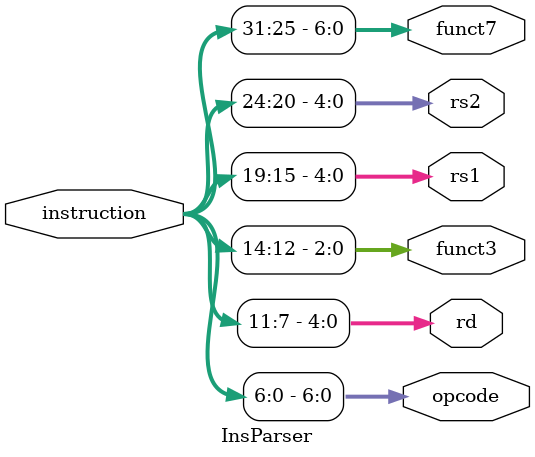
<source format=v>
module InsParser
(
	input [31:0] instruction,
	output [6:0] opcode,
	output [4:0] rd,
	output [2:0] funct3,
	output [4:0] rs1,
	output [4:0] rs2,
	output [6:0] funct7
);

assign opcode 	= instruction [6:0];
assign rd 		= instruction [11:7];
assign funct3 	= instruction [14:12];
assign rs1		= instruction [19:15];
assign rs2		= instruction [24:20];
assign funct7	= instruction [31:25];

endmodule 
</source>
